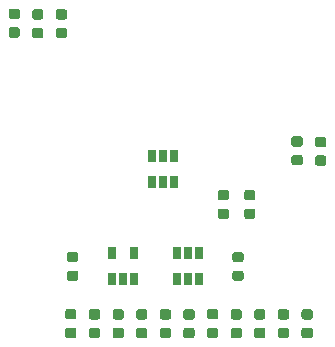
<source format=gtp>
G04 #@! TF.GenerationSoftware,KiCad,Pcbnew,(5.1.0)-1*
G04 #@! TF.CreationDate,2019-05-10T18:55:54+02:00*
G04 #@! TF.ProjectId,currentscaler,63757272-656e-4747-9363-616c65722e6b,rev?*
G04 #@! TF.SameCoordinates,Original*
G04 #@! TF.FileFunction,Paste,Top*
G04 #@! TF.FilePolarity,Positive*
%FSLAX46Y46*%
G04 Gerber Fmt 4.6, Leading zero omitted, Abs format (unit mm)*
G04 Created by KiCad (PCBNEW (5.1.0)-1) date 2019-05-10 18:55:54*
%MOMM*%
%LPD*%
G04 APERTURE LIST*
%ADD10C,0.100000*%
%ADD11C,0.875000*%
%ADD12R,0.650000X1.060000*%
G04 APERTURE END LIST*
D10*
G36*
X150127691Y-123188553D02*
G01*
X150148926Y-123191703D01*
X150169750Y-123196919D01*
X150189962Y-123204151D01*
X150209368Y-123213330D01*
X150227781Y-123224366D01*
X150245024Y-123237154D01*
X150260930Y-123251570D01*
X150275346Y-123267476D01*
X150288134Y-123284719D01*
X150299170Y-123303132D01*
X150308349Y-123322538D01*
X150315581Y-123342750D01*
X150320797Y-123363574D01*
X150323947Y-123384809D01*
X150325000Y-123406250D01*
X150325000Y-123843750D01*
X150323947Y-123865191D01*
X150320797Y-123886426D01*
X150315581Y-123907250D01*
X150308349Y-123927462D01*
X150299170Y-123946868D01*
X150288134Y-123965281D01*
X150275346Y-123982524D01*
X150260930Y-123998430D01*
X150245024Y-124012846D01*
X150227781Y-124025634D01*
X150209368Y-124036670D01*
X150189962Y-124045849D01*
X150169750Y-124053081D01*
X150148926Y-124058297D01*
X150127691Y-124061447D01*
X150106250Y-124062500D01*
X149593750Y-124062500D01*
X149572309Y-124061447D01*
X149551074Y-124058297D01*
X149530250Y-124053081D01*
X149510038Y-124045849D01*
X149490632Y-124036670D01*
X149472219Y-124025634D01*
X149454976Y-124012846D01*
X149439070Y-123998430D01*
X149424654Y-123982524D01*
X149411866Y-123965281D01*
X149400830Y-123946868D01*
X149391651Y-123927462D01*
X149384419Y-123907250D01*
X149379203Y-123886426D01*
X149376053Y-123865191D01*
X149375000Y-123843750D01*
X149375000Y-123406250D01*
X149376053Y-123384809D01*
X149379203Y-123363574D01*
X149384419Y-123342750D01*
X149391651Y-123322538D01*
X149400830Y-123303132D01*
X149411866Y-123284719D01*
X149424654Y-123267476D01*
X149439070Y-123251570D01*
X149454976Y-123237154D01*
X149472219Y-123224366D01*
X149490632Y-123213330D01*
X149510038Y-123204151D01*
X149530250Y-123196919D01*
X149551074Y-123191703D01*
X149572309Y-123188553D01*
X149593750Y-123187500D01*
X150106250Y-123187500D01*
X150127691Y-123188553D01*
X150127691Y-123188553D01*
G37*
D11*
X149850000Y-123625000D03*
D10*
G36*
X150127691Y-121613553D02*
G01*
X150148926Y-121616703D01*
X150169750Y-121621919D01*
X150189962Y-121629151D01*
X150209368Y-121638330D01*
X150227781Y-121649366D01*
X150245024Y-121662154D01*
X150260930Y-121676570D01*
X150275346Y-121692476D01*
X150288134Y-121709719D01*
X150299170Y-121728132D01*
X150308349Y-121747538D01*
X150315581Y-121767750D01*
X150320797Y-121788574D01*
X150323947Y-121809809D01*
X150325000Y-121831250D01*
X150325000Y-122268750D01*
X150323947Y-122290191D01*
X150320797Y-122311426D01*
X150315581Y-122332250D01*
X150308349Y-122352462D01*
X150299170Y-122371868D01*
X150288134Y-122390281D01*
X150275346Y-122407524D01*
X150260930Y-122423430D01*
X150245024Y-122437846D01*
X150227781Y-122450634D01*
X150209368Y-122461670D01*
X150189962Y-122470849D01*
X150169750Y-122478081D01*
X150148926Y-122483297D01*
X150127691Y-122486447D01*
X150106250Y-122487500D01*
X149593750Y-122487500D01*
X149572309Y-122486447D01*
X149551074Y-122483297D01*
X149530250Y-122478081D01*
X149510038Y-122470849D01*
X149490632Y-122461670D01*
X149472219Y-122450634D01*
X149454976Y-122437846D01*
X149439070Y-122423430D01*
X149424654Y-122407524D01*
X149411866Y-122390281D01*
X149400830Y-122371868D01*
X149391651Y-122352462D01*
X149384419Y-122332250D01*
X149379203Y-122311426D01*
X149376053Y-122290191D01*
X149375000Y-122268750D01*
X149375000Y-121831250D01*
X149376053Y-121809809D01*
X149379203Y-121788574D01*
X149384419Y-121767750D01*
X149391651Y-121747538D01*
X149400830Y-121728132D01*
X149411866Y-121709719D01*
X149424654Y-121692476D01*
X149439070Y-121676570D01*
X149454976Y-121662154D01*
X149472219Y-121649366D01*
X149490632Y-121638330D01*
X149510038Y-121629151D01*
X149530250Y-121621919D01*
X149551074Y-121616703D01*
X149572309Y-121613553D01*
X149593750Y-121612500D01*
X150106250Y-121612500D01*
X150127691Y-121613553D01*
X150127691Y-121613553D01*
G37*
D11*
X149850000Y-122050000D03*
D12*
X141300000Y-119100000D03*
X142250000Y-119100000D03*
X143200000Y-119100000D03*
X143200000Y-116900000D03*
X141300000Y-116900000D03*
X147750000Y-119100000D03*
X148700000Y-119100000D03*
X146800000Y-119100000D03*
X146800000Y-116900000D03*
X147750000Y-116900000D03*
X148700000Y-116900000D03*
X144700000Y-110850000D03*
X145650000Y-110850000D03*
X146600000Y-110850000D03*
X146600000Y-108650000D03*
X144700000Y-108650000D03*
X145650000Y-108650000D03*
D10*
G36*
X148127691Y-123201053D02*
G01*
X148148926Y-123204203D01*
X148169750Y-123209419D01*
X148189962Y-123216651D01*
X148209368Y-123225830D01*
X148227781Y-123236866D01*
X148245024Y-123249654D01*
X148260930Y-123264070D01*
X148275346Y-123279976D01*
X148288134Y-123297219D01*
X148299170Y-123315632D01*
X148308349Y-123335038D01*
X148315581Y-123355250D01*
X148320797Y-123376074D01*
X148323947Y-123397309D01*
X148325000Y-123418750D01*
X148325000Y-123856250D01*
X148323947Y-123877691D01*
X148320797Y-123898926D01*
X148315581Y-123919750D01*
X148308349Y-123939962D01*
X148299170Y-123959368D01*
X148288134Y-123977781D01*
X148275346Y-123995024D01*
X148260930Y-124010930D01*
X148245024Y-124025346D01*
X148227781Y-124038134D01*
X148209368Y-124049170D01*
X148189962Y-124058349D01*
X148169750Y-124065581D01*
X148148926Y-124070797D01*
X148127691Y-124073947D01*
X148106250Y-124075000D01*
X147593750Y-124075000D01*
X147572309Y-124073947D01*
X147551074Y-124070797D01*
X147530250Y-124065581D01*
X147510038Y-124058349D01*
X147490632Y-124049170D01*
X147472219Y-124038134D01*
X147454976Y-124025346D01*
X147439070Y-124010930D01*
X147424654Y-123995024D01*
X147411866Y-123977781D01*
X147400830Y-123959368D01*
X147391651Y-123939962D01*
X147384419Y-123919750D01*
X147379203Y-123898926D01*
X147376053Y-123877691D01*
X147375000Y-123856250D01*
X147375000Y-123418750D01*
X147376053Y-123397309D01*
X147379203Y-123376074D01*
X147384419Y-123355250D01*
X147391651Y-123335038D01*
X147400830Y-123315632D01*
X147411866Y-123297219D01*
X147424654Y-123279976D01*
X147439070Y-123264070D01*
X147454976Y-123249654D01*
X147472219Y-123236866D01*
X147490632Y-123225830D01*
X147510038Y-123216651D01*
X147530250Y-123209419D01*
X147551074Y-123204203D01*
X147572309Y-123201053D01*
X147593750Y-123200000D01*
X148106250Y-123200000D01*
X148127691Y-123201053D01*
X148127691Y-123201053D01*
G37*
D11*
X147850000Y-123637500D03*
D10*
G36*
X148127691Y-121626053D02*
G01*
X148148926Y-121629203D01*
X148169750Y-121634419D01*
X148189962Y-121641651D01*
X148209368Y-121650830D01*
X148227781Y-121661866D01*
X148245024Y-121674654D01*
X148260930Y-121689070D01*
X148275346Y-121704976D01*
X148288134Y-121722219D01*
X148299170Y-121740632D01*
X148308349Y-121760038D01*
X148315581Y-121780250D01*
X148320797Y-121801074D01*
X148323947Y-121822309D01*
X148325000Y-121843750D01*
X148325000Y-122281250D01*
X148323947Y-122302691D01*
X148320797Y-122323926D01*
X148315581Y-122344750D01*
X148308349Y-122364962D01*
X148299170Y-122384368D01*
X148288134Y-122402781D01*
X148275346Y-122420024D01*
X148260930Y-122435930D01*
X148245024Y-122450346D01*
X148227781Y-122463134D01*
X148209368Y-122474170D01*
X148189962Y-122483349D01*
X148169750Y-122490581D01*
X148148926Y-122495797D01*
X148127691Y-122498947D01*
X148106250Y-122500000D01*
X147593750Y-122500000D01*
X147572309Y-122498947D01*
X147551074Y-122495797D01*
X147530250Y-122490581D01*
X147510038Y-122483349D01*
X147490632Y-122474170D01*
X147472219Y-122463134D01*
X147454976Y-122450346D01*
X147439070Y-122435930D01*
X147424654Y-122420024D01*
X147411866Y-122402781D01*
X147400830Y-122384368D01*
X147391651Y-122364962D01*
X147384419Y-122344750D01*
X147379203Y-122323926D01*
X147376053Y-122302691D01*
X147375000Y-122281250D01*
X147375000Y-121843750D01*
X147376053Y-121822309D01*
X147379203Y-121801074D01*
X147384419Y-121780250D01*
X147391651Y-121760038D01*
X147400830Y-121740632D01*
X147411866Y-121722219D01*
X147424654Y-121704976D01*
X147439070Y-121689070D01*
X147454976Y-121674654D01*
X147472219Y-121661866D01*
X147490632Y-121650830D01*
X147510038Y-121641651D01*
X147530250Y-121634419D01*
X147551074Y-121629203D01*
X147572309Y-121626053D01*
X147593750Y-121625000D01*
X148106250Y-121625000D01*
X148127691Y-121626053D01*
X148127691Y-121626053D01*
G37*
D11*
X147850000Y-122062500D03*
D10*
G36*
X144127691Y-123201053D02*
G01*
X144148926Y-123204203D01*
X144169750Y-123209419D01*
X144189962Y-123216651D01*
X144209368Y-123225830D01*
X144227781Y-123236866D01*
X144245024Y-123249654D01*
X144260930Y-123264070D01*
X144275346Y-123279976D01*
X144288134Y-123297219D01*
X144299170Y-123315632D01*
X144308349Y-123335038D01*
X144315581Y-123355250D01*
X144320797Y-123376074D01*
X144323947Y-123397309D01*
X144325000Y-123418750D01*
X144325000Y-123856250D01*
X144323947Y-123877691D01*
X144320797Y-123898926D01*
X144315581Y-123919750D01*
X144308349Y-123939962D01*
X144299170Y-123959368D01*
X144288134Y-123977781D01*
X144275346Y-123995024D01*
X144260930Y-124010930D01*
X144245024Y-124025346D01*
X144227781Y-124038134D01*
X144209368Y-124049170D01*
X144189962Y-124058349D01*
X144169750Y-124065581D01*
X144148926Y-124070797D01*
X144127691Y-124073947D01*
X144106250Y-124075000D01*
X143593750Y-124075000D01*
X143572309Y-124073947D01*
X143551074Y-124070797D01*
X143530250Y-124065581D01*
X143510038Y-124058349D01*
X143490632Y-124049170D01*
X143472219Y-124038134D01*
X143454976Y-124025346D01*
X143439070Y-124010930D01*
X143424654Y-123995024D01*
X143411866Y-123977781D01*
X143400830Y-123959368D01*
X143391651Y-123939962D01*
X143384419Y-123919750D01*
X143379203Y-123898926D01*
X143376053Y-123877691D01*
X143375000Y-123856250D01*
X143375000Y-123418750D01*
X143376053Y-123397309D01*
X143379203Y-123376074D01*
X143384419Y-123355250D01*
X143391651Y-123335038D01*
X143400830Y-123315632D01*
X143411866Y-123297219D01*
X143424654Y-123279976D01*
X143439070Y-123264070D01*
X143454976Y-123249654D01*
X143472219Y-123236866D01*
X143490632Y-123225830D01*
X143510038Y-123216651D01*
X143530250Y-123209419D01*
X143551074Y-123204203D01*
X143572309Y-123201053D01*
X143593750Y-123200000D01*
X144106250Y-123200000D01*
X144127691Y-123201053D01*
X144127691Y-123201053D01*
G37*
D11*
X143850000Y-123637500D03*
D10*
G36*
X144127691Y-121626053D02*
G01*
X144148926Y-121629203D01*
X144169750Y-121634419D01*
X144189962Y-121641651D01*
X144209368Y-121650830D01*
X144227781Y-121661866D01*
X144245024Y-121674654D01*
X144260930Y-121689070D01*
X144275346Y-121704976D01*
X144288134Y-121722219D01*
X144299170Y-121740632D01*
X144308349Y-121760038D01*
X144315581Y-121780250D01*
X144320797Y-121801074D01*
X144323947Y-121822309D01*
X144325000Y-121843750D01*
X144325000Y-122281250D01*
X144323947Y-122302691D01*
X144320797Y-122323926D01*
X144315581Y-122344750D01*
X144308349Y-122364962D01*
X144299170Y-122384368D01*
X144288134Y-122402781D01*
X144275346Y-122420024D01*
X144260930Y-122435930D01*
X144245024Y-122450346D01*
X144227781Y-122463134D01*
X144209368Y-122474170D01*
X144189962Y-122483349D01*
X144169750Y-122490581D01*
X144148926Y-122495797D01*
X144127691Y-122498947D01*
X144106250Y-122500000D01*
X143593750Y-122500000D01*
X143572309Y-122498947D01*
X143551074Y-122495797D01*
X143530250Y-122490581D01*
X143510038Y-122483349D01*
X143490632Y-122474170D01*
X143472219Y-122463134D01*
X143454976Y-122450346D01*
X143439070Y-122435930D01*
X143424654Y-122420024D01*
X143411866Y-122402781D01*
X143400830Y-122384368D01*
X143391651Y-122364962D01*
X143384419Y-122344750D01*
X143379203Y-122323926D01*
X143376053Y-122302691D01*
X143375000Y-122281250D01*
X143375000Y-121843750D01*
X143376053Y-121822309D01*
X143379203Y-121801074D01*
X143384419Y-121780250D01*
X143391651Y-121760038D01*
X143400830Y-121740632D01*
X143411866Y-121722219D01*
X143424654Y-121704976D01*
X143439070Y-121689070D01*
X143454976Y-121674654D01*
X143472219Y-121661866D01*
X143490632Y-121650830D01*
X143510038Y-121641651D01*
X143530250Y-121634419D01*
X143551074Y-121629203D01*
X143572309Y-121626053D01*
X143593750Y-121625000D01*
X144106250Y-121625000D01*
X144127691Y-121626053D01*
X144127691Y-121626053D01*
G37*
D11*
X143850000Y-122062500D03*
D10*
G36*
X151027691Y-111526053D02*
G01*
X151048926Y-111529203D01*
X151069750Y-111534419D01*
X151089962Y-111541651D01*
X151109368Y-111550830D01*
X151127781Y-111561866D01*
X151145024Y-111574654D01*
X151160930Y-111589070D01*
X151175346Y-111604976D01*
X151188134Y-111622219D01*
X151199170Y-111640632D01*
X151208349Y-111660038D01*
X151215581Y-111680250D01*
X151220797Y-111701074D01*
X151223947Y-111722309D01*
X151225000Y-111743750D01*
X151225000Y-112181250D01*
X151223947Y-112202691D01*
X151220797Y-112223926D01*
X151215581Y-112244750D01*
X151208349Y-112264962D01*
X151199170Y-112284368D01*
X151188134Y-112302781D01*
X151175346Y-112320024D01*
X151160930Y-112335930D01*
X151145024Y-112350346D01*
X151127781Y-112363134D01*
X151109368Y-112374170D01*
X151089962Y-112383349D01*
X151069750Y-112390581D01*
X151048926Y-112395797D01*
X151027691Y-112398947D01*
X151006250Y-112400000D01*
X150493750Y-112400000D01*
X150472309Y-112398947D01*
X150451074Y-112395797D01*
X150430250Y-112390581D01*
X150410038Y-112383349D01*
X150390632Y-112374170D01*
X150372219Y-112363134D01*
X150354976Y-112350346D01*
X150339070Y-112335930D01*
X150324654Y-112320024D01*
X150311866Y-112302781D01*
X150300830Y-112284368D01*
X150291651Y-112264962D01*
X150284419Y-112244750D01*
X150279203Y-112223926D01*
X150276053Y-112202691D01*
X150275000Y-112181250D01*
X150275000Y-111743750D01*
X150276053Y-111722309D01*
X150279203Y-111701074D01*
X150284419Y-111680250D01*
X150291651Y-111660038D01*
X150300830Y-111640632D01*
X150311866Y-111622219D01*
X150324654Y-111604976D01*
X150339070Y-111589070D01*
X150354976Y-111574654D01*
X150372219Y-111561866D01*
X150390632Y-111550830D01*
X150410038Y-111541651D01*
X150430250Y-111534419D01*
X150451074Y-111529203D01*
X150472309Y-111526053D01*
X150493750Y-111525000D01*
X151006250Y-111525000D01*
X151027691Y-111526053D01*
X151027691Y-111526053D01*
G37*
D11*
X150750000Y-111962500D03*
D10*
G36*
X151027691Y-113101053D02*
G01*
X151048926Y-113104203D01*
X151069750Y-113109419D01*
X151089962Y-113116651D01*
X151109368Y-113125830D01*
X151127781Y-113136866D01*
X151145024Y-113149654D01*
X151160930Y-113164070D01*
X151175346Y-113179976D01*
X151188134Y-113197219D01*
X151199170Y-113215632D01*
X151208349Y-113235038D01*
X151215581Y-113255250D01*
X151220797Y-113276074D01*
X151223947Y-113297309D01*
X151225000Y-113318750D01*
X151225000Y-113756250D01*
X151223947Y-113777691D01*
X151220797Y-113798926D01*
X151215581Y-113819750D01*
X151208349Y-113839962D01*
X151199170Y-113859368D01*
X151188134Y-113877781D01*
X151175346Y-113895024D01*
X151160930Y-113910930D01*
X151145024Y-113925346D01*
X151127781Y-113938134D01*
X151109368Y-113949170D01*
X151089962Y-113958349D01*
X151069750Y-113965581D01*
X151048926Y-113970797D01*
X151027691Y-113973947D01*
X151006250Y-113975000D01*
X150493750Y-113975000D01*
X150472309Y-113973947D01*
X150451074Y-113970797D01*
X150430250Y-113965581D01*
X150410038Y-113958349D01*
X150390632Y-113949170D01*
X150372219Y-113938134D01*
X150354976Y-113925346D01*
X150339070Y-113910930D01*
X150324654Y-113895024D01*
X150311866Y-113877781D01*
X150300830Y-113859368D01*
X150291651Y-113839962D01*
X150284419Y-113819750D01*
X150279203Y-113798926D01*
X150276053Y-113777691D01*
X150275000Y-113756250D01*
X150275000Y-113318750D01*
X150276053Y-113297309D01*
X150279203Y-113276074D01*
X150284419Y-113255250D01*
X150291651Y-113235038D01*
X150300830Y-113215632D01*
X150311866Y-113197219D01*
X150324654Y-113179976D01*
X150339070Y-113164070D01*
X150354976Y-113149654D01*
X150372219Y-113136866D01*
X150390632Y-113125830D01*
X150410038Y-113116651D01*
X150430250Y-113109419D01*
X150451074Y-113104203D01*
X150472309Y-113101053D01*
X150493750Y-113100000D01*
X151006250Y-113100000D01*
X151027691Y-113101053D01*
X151027691Y-113101053D01*
G37*
D11*
X150750000Y-113537500D03*
D10*
G36*
X135327691Y-97801053D02*
G01*
X135348926Y-97804203D01*
X135369750Y-97809419D01*
X135389962Y-97816651D01*
X135409368Y-97825830D01*
X135427781Y-97836866D01*
X135445024Y-97849654D01*
X135460930Y-97864070D01*
X135475346Y-97879976D01*
X135488134Y-97897219D01*
X135499170Y-97915632D01*
X135508349Y-97935038D01*
X135515581Y-97955250D01*
X135520797Y-97976074D01*
X135523947Y-97997309D01*
X135525000Y-98018750D01*
X135525000Y-98456250D01*
X135523947Y-98477691D01*
X135520797Y-98498926D01*
X135515581Y-98519750D01*
X135508349Y-98539962D01*
X135499170Y-98559368D01*
X135488134Y-98577781D01*
X135475346Y-98595024D01*
X135460930Y-98610930D01*
X135445024Y-98625346D01*
X135427781Y-98638134D01*
X135409368Y-98649170D01*
X135389962Y-98658349D01*
X135369750Y-98665581D01*
X135348926Y-98670797D01*
X135327691Y-98673947D01*
X135306250Y-98675000D01*
X134793750Y-98675000D01*
X134772309Y-98673947D01*
X134751074Y-98670797D01*
X134730250Y-98665581D01*
X134710038Y-98658349D01*
X134690632Y-98649170D01*
X134672219Y-98638134D01*
X134654976Y-98625346D01*
X134639070Y-98610930D01*
X134624654Y-98595024D01*
X134611866Y-98577781D01*
X134600830Y-98559368D01*
X134591651Y-98539962D01*
X134584419Y-98519750D01*
X134579203Y-98498926D01*
X134576053Y-98477691D01*
X134575000Y-98456250D01*
X134575000Y-98018750D01*
X134576053Y-97997309D01*
X134579203Y-97976074D01*
X134584419Y-97955250D01*
X134591651Y-97935038D01*
X134600830Y-97915632D01*
X134611866Y-97897219D01*
X134624654Y-97879976D01*
X134639070Y-97864070D01*
X134654976Y-97849654D01*
X134672219Y-97836866D01*
X134690632Y-97825830D01*
X134710038Y-97816651D01*
X134730250Y-97809419D01*
X134751074Y-97804203D01*
X134772309Y-97801053D01*
X134793750Y-97800000D01*
X135306250Y-97800000D01*
X135327691Y-97801053D01*
X135327691Y-97801053D01*
G37*
D11*
X135050000Y-98237500D03*
D10*
G36*
X135327691Y-96226053D02*
G01*
X135348926Y-96229203D01*
X135369750Y-96234419D01*
X135389962Y-96241651D01*
X135409368Y-96250830D01*
X135427781Y-96261866D01*
X135445024Y-96274654D01*
X135460930Y-96289070D01*
X135475346Y-96304976D01*
X135488134Y-96322219D01*
X135499170Y-96340632D01*
X135508349Y-96360038D01*
X135515581Y-96380250D01*
X135520797Y-96401074D01*
X135523947Y-96422309D01*
X135525000Y-96443750D01*
X135525000Y-96881250D01*
X135523947Y-96902691D01*
X135520797Y-96923926D01*
X135515581Y-96944750D01*
X135508349Y-96964962D01*
X135499170Y-96984368D01*
X135488134Y-97002781D01*
X135475346Y-97020024D01*
X135460930Y-97035930D01*
X135445024Y-97050346D01*
X135427781Y-97063134D01*
X135409368Y-97074170D01*
X135389962Y-97083349D01*
X135369750Y-97090581D01*
X135348926Y-97095797D01*
X135327691Y-97098947D01*
X135306250Y-97100000D01*
X134793750Y-97100000D01*
X134772309Y-97098947D01*
X134751074Y-97095797D01*
X134730250Y-97090581D01*
X134710038Y-97083349D01*
X134690632Y-97074170D01*
X134672219Y-97063134D01*
X134654976Y-97050346D01*
X134639070Y-97035930D01*
X134624654Y-97020024D01*
X134611866Y-97002781D01*
X134600830Y-96984368D01*
X134591651Y-96964962D01*
X134584419Y-96944750D01*
X134579203Y-96923926D01*
X134576053Y-96902691D01*
X134575000Y-96881250D01*
X134575000Y-96443750D01*
X134576053Y-96422309D01*
X134579203Y-96401074D01*
X134584419Y-96380250D01*
X134591651Y-96360038D01*
X134600830Y-96340632D01*
X134611866Y-96322219D01*
X134624654Y-96304976D01*
X134639070Y-96289070D01*
X134654976Y-96274654D01*
X134672219Y-96261866D01*
X134690632Y-96250830D01*
X134710038Y-96241651D01*
X134730250Y-96234419D01*
X134751074Y-96229203D01*
X134772309Y-96226053D01*
X134793750Y-96225000D01*
X135306250Y-96225000D01*
X135327691Y-96226053D01*
X135327691Y-96226053D01*
G37*
D11*
X135050000Y-96662500D03*
D10*
G36*
X152127691Y-123201053D02*
G01*
X152148926Y-123204203D01*
X152169750Y-123209419D01*
X152189962Y-123216651D01*
X152209368Y-123225830D01*
X152227781Y-123236866D01*
X152245024Y-123249654D01*
X152260930Y-123264070D01*
X152275346Y-123279976D01*
X152288134Y-123297219D01*
X152299170Y-123315632D01*
X152308349Y-123335038D01*
X152315581Y-123355250D01*
X152320797Y-123376074D01*
X152323947Y-123397309D01*
X152325000Y-123418750D01*
X152325000Y-123856250D01*
X152323947Y-123877691D01*
X152320797Y-123898926D01*
X152315581Y-123919750D01*
X152308349Y-123939962D01*
X152299170Y-123959368D01*
X152288134Y-123977781D01*
X152275346Y-123995024D01*
X152260930Y-124010930D01*
X152245024Y-124025346D01*
X152227781Y-124038134D01*
X152209368Y-124049170D01*
X152189962Y-124058349D01*
X152169750Y-124065581D01*
X152148926Y-124070797D01*
X152127691Y-124073947D01*
X152106250Y-124075000D01*
X151593750Y-124075000D01*
X151572309Y-124073947D01*
X151551074Y-124070797D01*
X151530250Y-124065581D01*
X151510038Y-124058349D01*
X151490632Y-124049170D01*
X151472219Y-124038134D01*
X151454976Y-124025346D01*
X151439070Y-124010930D01*
X151424654Y-123995024D01*
X151411866Y-123977781D01*
X151400830Y-123959368D01*
X151391651Y-123939962D01*
X151384419Y-123919750D01*
X151379203Y-123898926D01*
X151376053Y-123877691D01*
X151375000Y-123856250D01*
X151375000Y-123418750D01*
X151376053Y-123397309D01*
X151379203Y-123376074D01*
X151384419Y-123355250D01*
X151391651Y-123335038D01*
X151400830Y-123315632D01*
X151411866Y-123297219D01*
X151424654Y-123279976D01*
X151439070Y-123264070D01*
X151454976Y-123249654D01*
X151472219Y-123236866D01*
X151490632Y-123225830D01*
X151510038Y-123216651D01*
X151530250Y-123209419D01*
X151551074Y-123204203D01*
X151572309Y-123201053D01*
X151593750Y-123200000D01*
X152106250Y-123200000D01*
X152127691Y-123201053D01*
X152127691Y-123201053D01*
G37*
D11*
X151850000Y-123637500D03*
D10*
G36*
X152127691Y-121626053D02*
G01*
X152148926Y-121629203D01*
X152169750Y-121634419D01*
X152189962Y-121641651D01*
X152209368Y-121650830D01*
X152227781Y-121661866D01*
X152245024Y-121674654D01*
X152260930Y-121689070D01*
X152275346Y-121704976D01*
X152288134Y-121722219D01*
X152299170Y-121740632D01*
X152308349Y-121760038D01*
X152315581Y-121780250D01*
X152320797Y-121801074D01*
X152323947Y-121822309D01*
X152325000Y-121843750D01*
X152325000Y-122281250D01*
X152323947Y-122302691D01*
X152320797Y-122323926D01*
X152315581Y-122344750D01*
X152308349Y-122364962D01*
X152299170Y-122384368D01*
X152288134Y-122402781D01*
X152275346Y-122420024D01*
X152260930Y-122435930D01*
X152245024Y-122450346D01*
X152227781Y-122463134D01*
X152209368Y-122474170D01*
X152189962Y-122483349D01*
X152169750Y-122490581D01*
X152148926Y-122495797D01*
X152127691Y-122498947D01*
X152106250Y-122500000D01*
X151593750Y-122500000D01*
X151572309Y-122498947D01*
X151551074Y-122495797D01*
X151530250Y-122490581D01*
X151510038Y-122483349D01*
X151490632Y-122474170D01*
X151472219Y-122463134D01*
X151454976Y-122450346D01*
X151439070Y-122435930D01*
X151424654Y-122420024D01*
X151411866Y-122402781D01*
X151400830Y-122384368D01*
X151391651Y-122364962D01*
X151384419Y-122344750D01*
X151379203Y-122323926D01*
X151376053Y-122302691D01*
X151375000Y-122281250D01*
X151375000Y-121843750D01*
X151376053Y-121822309D01*
X151379203Y-121801074D01*
X151384419Y-121780250D01*
X151391651Y-121760038D01*
X151400830Y-121740632D01*
X151411866Y-121722219D01*
X151424654Y-121704976D01*
X151439070Y-121689070D01*
X151454976Y-121674654D01*
X151472219Y-121661866D01*
X151490632Y-121650830D01*
X151510038Y-121641651D01*
X151530250Y-121634419D01*
X151551074Y-121629203D01*
X151572309Y-121626053D01*
X151593750Y-121625000D01*
X152106250Y-121625000D01*
X152127691Y-121626053D01*
X152127691Y-121626053D01*
G37*
D11*
X151850000Y-122062500D03*
D10*
G36*
X146127691Y-121626053D02*
G01*
X146148926Y-121629203D01*
X146169750Y-121634419D01*
X146189962Y-121641651D01*
X146209368Y-121650830D01*
X146227781Y-121661866D01*
X146245024Y-121674654D01*
X146260930Y-121689070D01*
X146275346Y-121704976D01*
X146288134Y-121722219D01*
X146299170Y-121740632D01*
X146308349Y-121760038D01*
X146315581Y-121780250D01*
X146320797Y-121801074D01*
X146323947Y-121822309D01*
X146325000Y-121843750D01*
X146325000Y-122281250D01*
X146323947Y-122302691D01*
X146320797Y-122323926D01*
X146315581Y-122344750D01*
X146308349Y-122364962D01*
X146299170Y-122384368D01*
X146288134Y-122402781D01*
X146275346Y-122420024D01*
X146260930Y-122435930D01*
X146245024Y-122450346D01*
X146227781Y-122463134D01*
X146209368Y-122474170D01*
X146189962Y-122483349D01*
X146169750Y-122490581D01*
X146148926Y-122495797D01*
X146127691Y-122498947D01*
X146106250Y-122500000D01*
X145593750Y-122500000D01*
X145572309Y-122498947D01*
X145551074Y-122495797D01*
X145530250Y-122490581D01*
X145510038Y-122483349D01*
X145490632Y-122474170D01*
X145472219Y-122463134D01*
X145454976Y-122450346D01*
X145439070Y-122435930D01*
X145424654Y-122420024D01*
X145411866Y-122402781D01*
X145400830Y-122384368D01*
X145391651Y-122364962D01*
X145384419Y-122344750D01*
X145379203Y-122323926D01*
X145376053Y-122302691D01*
X145375000Y-122281250D01*
X145375000Y-121843750D01*
X145376053Y-121822309D01*
X145379203Y-121801074D01*
X145384419Y-121780250D01*
X145391651Y-121760038D01*
X145400830Y-121740632D01*
X145411866Y-121722219D01*
X145424654Y-121704976D01*
X145439070Y-121689070D01*
X145454976Y-121674654D01*
X145472219Y-121661866D01*
X145490632Y-121650830D01*
X145510038Y-121641651D01*
X145530250Y-121634419D01*
X145551074Y-121629203D01*
X145572309Y-121626053D01*
X145593750Y-121625000D01*
X146106250Y-121625000D01*
X146127691Y-121626053D01*
X146127691Y-121626053D01*
G37*
D11*
X145850000Y-122062500D03*
D10*
G36*
X146127691Y-123201053D02*
G01*
X146148926Y-123204203D01*
X146169750Y-123209419D01*
X146189962Y-123216651D01*
X146209368Y-123225830D01*
X146227781Y-123236866D01*
X146245024Y-123249654D01*
X146260930Y-123264070D01*
X146275346Y-123279976D01*
X146288134Y-123297219D01*
X146299170Y-123315632D01*
X146308349Y-123335038D01*
X146315581Y-123355250D01*
X146320797Y-123376074D01*
X146323947Y-123397309D01*
X146325000Y-123418750D01*
X146325000Y-123856250D01*
X146323947Y-123877691D01*
X146320797Y-123898926D01*
X146315581Y-123919750D01*
X146308349Y-123939962D01*
X146299170Y-123959368D01*
X146288134Y-123977781D01*
X146275346Y-123995024D01*
X146260930Y-124010930D01*
X146245024Y-124025346D01*
X146227781Y-124038134D01*
X146209368Y-124049170D01*
X146189962Y-124058349D01*
X146169750Y-124065581D01*
X146148926Y-124070797D01*
X146127691Y-124073947D01*
X146106250Y-124075000D01*
X145593750Y-124075000D01*
X145572309Y-124073947D01*
X145551074Y-124070797D01*
X145530250Y-124065581D01*
X145510038Y-124058349D01*
X145490632Y-124049170D01*
X145472219Y-124038134D01*
X145454976Y-124025346D01*
X145439070Y-124010930D01*
X145424654Y-123995024D01*
X145411866Y-123977781D01*
X145400830Y-123959368D01*
X145391651Y-123939962D01*
X145384419Y-123919750D01*
X145379203Y-123898926D01*
X145376053Y-123877691D01*
X145375000Y-123856250D01*
X145375000Y-123418750D01*
X145376053Y-123397309D01*
X145379203Y-123376074D01*
X145384419Y-123355250D01*
X145391651Y-123335038D01*
X145400830Y-123315632D01*
X145411866Y-123297219D01*
X145424654Y-123279976D01*
X145439070Y-123264070D01*
X145454976Y-123249654D01*
X145472219Y-123236866D01*
X145490632Y-123225830D01*
X145510038Y-123216651D01*
X145530250Y-123209419D01*
X145551074Y-123204203D01*
X145572309Y-123201053D01*
X145593750Y-123200000D01*
X146106250Y-123200000D01*
X146127691Y-123201053D01*
X146127691Y-123201053D01*
G37*
D11*
X145850000Y-123637500D03*
D10*
G36*
X137327691Y-96226053D02*
G01*
X137348926Y-96229203D01*
X137369750Y-96234419D01*
X137389962Y-96241651D01*
X137409368Y-96250830D01*
X137427781Y-96261866D01*
X137445024Y-96274654D01*
X137460930Y-96289070D01*
X137475346Y-96304976D01*
X137488134Y-96322219D01*
X137499170Y-96340632D01*
X137508349Y-96360038D01*
X137515581Y-96380250D01*
X137520797Y-96401074D01*
X137523947Y-96422309D01*
X137525000Y-96443750D01*
X137525000Y-96881250D01*
X137523947Y-96902691D01*
X137520797Y-96923926D01*
X137515581Y-96944750D01*
X137508349Y-96964962D01*
X137499170Y-96984368D01*
X137488134Y-97002781D01*
X137475346Y-97020024D01*
X137460930Y-97035930D01*
X137445024Y-97050346D01*
X137427781Y-97063134D01*
X137409368Y-97074170D01*
X137389962Y-97083349D01*
X137369750Y-97090581D01*
X137348926Y-97095797D01*
X137327691Y-97098947D01*
X137306250Y-97100000D01*
X136793750Y-97100000D01*
X136772309Y-97098947D01*
X136751074Y-97095797D01*
X136730250Y-97090581D01*
X136710038Y-97083349D01*
X136690632Y-97074170D01*
X136672219Y-97063134D01*
X136654976Y-97050346D01*
X136639070Y-97035930D01*
X136624654Y-97020024D01*
X136611866Y-97002781D01*
X136600830Y-96984368D01*
X136591651Y-96964962D01*
X136584419Y-96944750D01*
X136579203Y-96923926D01*
X136576053Y-96902691D01*
X136575000Y-96881250D01*
X136575000Y-96443750D01*
X136576053Y-96422309D01*
X136579203Y-96401074D01*
X136584419Y-96380250D01*
X136591651Y-96360038D01*
X136600830Y-96340632D01*
X136611866Y-96322219D01*
X136624654Y-96304976D01*
X136639070Y-96289070D01*
X136654976Y-96274654D01*
X136672219Y-96261866D01*
X136690632Y-96250830D01*
X136710038Y-96241651D01*
X136730250Y-96234419D01*
X136751074Y-96229203D01*
X136772309Y-96226053D01*
X136793750Y-96225000D01*
X137306250Y-96225000D01*
X137327691Y-96226053D01*
X137327691Y-96226053D01*
G37*
D11*
X137050000Y-96662500D03*
D10*
G36*
X137327691Y-97801053D02*
G01*
X137348926Y-97804203D01*
X137369750Y-97809419D01*
X137389962Y-97816651D01*
X137409368Y-97825830D01*
X137427781Y-97836866D01*
X137445024Y-97849654D01*
X137460930Y-97864070D01*
X137475346Y-97879976D01*
X137488134Y-97897219D01*
X137499170Y-97915632D01*
X137508349Y-97935038D01*
X137515581Y-97955250D01*
X137520797Y-97976074D01*
X137523947Y-97997309D01*
X137525000Y-98018750D01*
X137525000Y-98456250D01*
X137523947Y-98477691D01*
X137520797Y-98498926D01*
X137515581Y-98519750D01*
X137508349Y-98539962D01*
X137499170Y-98559368D01*
X137488134Y-98577781D01*
X137475346Y-98595024D01*
X137460930Y-98610930D01*
X137445024Y-98625346D01*
X137427781Y-98638134D01*
X137409368Y-98649170D01*
X137389962Y-98658349D01*
X137369750Y-98665581D01*
X137348926Y-98670797D01*
X137327691Y-98673947D01*
X137306250Y-98675000D01*
X136793750Y-98675000D01*
X136772309Y-98673947D01*
X136751074Y-98670797D01*
X136730250Y-98665581D01*
X136710038Y-98658349D01*
X136690632Y-98649170D01*
X136672219Y-98638134D01*
X136654976Y-98625346D01*
X136639070Y-98610930D01*
X136624654Y-98595024D01*
X136611866Y-98577781D01*
X136600830Y-98559368D01*
X136591651Y-98539962D01*
X136584419Y-98519750D01*
X136579203Y-98498926D01*
X136576053Y-98477691D01*
X136575000Y-98456250D01*
X136575000Y-98018750D01*
X136576053Y-97997309D01*
X136579203Y-97976074D01*
X136584419Y-97955250D01*
X136591651Y-97935038D01*
X136600830Y-97915632D01*
X136611866Y-97897219D01*
X136624654Y-97879976D01*
X136639070Y-97864070D01*
X136654976Y-97849654D01*
X136672219Y-97836866D01*
X136690632Y-97825830D01*
X136710038Y-97816651D01*
X136730250Y-97809419D01*
X136751074Y-97804203D01*
X136772309Y-97801053D01*
X136793750Y-97800000D01*
X137306250Y-97800000D01*
X137327691Y-97801053D01*
X137327691Y-97801053D01*
G37*
D11*
X137050000Y-98237500D03*
D10*
G36*
X157277691Y-108563553D02*
G01*
X157298926Y-108566703D01*
X157319750Y-108571919D01*
X157339962Y-108579151D01*
X157359368Y-108588330D01*
X157377781Y-108599366D01*
X157395024Y-108612154D01*
X157410930Y-108626570D01*
X157425346Y-108642476D01*
X157438134Y-108659719D01*
X157449170Y-108678132D01*
X157458349Y-108697538D01*
X157465581Y-108717750D01*
X157470797Y-108738574D01*
X157473947Y-108759809D01*
X157475000Y-108781250D01*
X157475000Y-109218750D01*
X157473947Y-109240191D01*
X157470797Y-109261426D01*
X157465581Y-109282250D01*
X157458349Y-109302462D01*
X157449170Y-109321868D01*
X157438134Y-109340281D01*
X157425346Y-109357524D01*
X157410930Y-109373430D01*
X157395024Y-109387846D01*
X157377781Y-109400634D01*
X157359368Y-109411670D01*
X157339962Y-109420849D01*
X157319750Y-109428081D01*
X157298926Y-109433297D01*
X157277691Y-109436447D01*
X157256250Y-109437500D01*
X156743750Y-109437500D01*
X156722309Y-109436447D01*
X156701074Y-109433297D01*
X156680250Y-109428081D01*
X156660038Y-109420849D01*
X156640632Y-109411670D01*
X156622219Y-109400634D01*
X156604976Y-109387846D01*
X156589070Y-109373430D01*
X156574654Y-109357524D01*
X156561866Y-109340281D01*
X156550830Y-109321868D01*
X156541651Y-109302462D01*
X156534419Y-109282250D01*
X156529203Y-109261426D01*
X156526053Y-109240191D01*
X156525000Y-109218750D01*
X156525000Y-108781250D01*
X156526053Y-108759809D01*
X156529203Y-108738574D01*
X156534419Y-108717750D01*
X156541651Y-108697538D01*
X156550830Y-108678132D01*
X156561866Y-108659719D01*
X156574654Y-108642476D01*
X156589070Y-108626570D01*
X156604976Y-108612154D01*
X156622219Y-108599366D01*
X156640632Y-108588330D01*
X156660038Y-108579151D01*
X156680250Y-108571919D01*
X156701074Y-108566703D01*
X156722309Y-108563553D01*
X156743750Y-108562500D01*
X157256250Y-108562500D01*
X157277691Y-108563553D01*
X157277691Y-108563553D01*
G37*
D11*
X157000000Y-109000000D03*
D10*
G36*
X157277691Y-106988553D02*
G01*
X157298926Y-106991703D01*
X157319750Y-106996919D01*
X157339962Y-107004151D01*
X157359368Y-107013330D01*
X157377781Y-107024366D01*
X157395024Y-107037154D01*
X157410930Y-107051570D01*
X157425346Y-107067476D01*
X157438134Y-107084719D01*
X157449170Y-107103132D01*
X157458349Y-107122538D01*
X157465581Y-107142750D01*
X157470797Y-107163574D01*
X157473947Y-107184809D01*
X157475000Y-107206250D01*
X157475000Y-107643750D01*
X157473947Y-107665191D01*
X157470797Y-107686426D01*
X157465581Y-107707250D01*
X157458349Y-107727462D01*
X157449170Y-107746868D01*
X157438134Y-107765281D01*
X157425346Y-107782524D01*
X157410930Y-107798430D01*
X157395024Y-107812846D01*
X157377781Y-107825634D01*
X157359368Y-107836670D01*
X157339962Y-107845849D01*
X157319750Y-107853081D01*
X157298926Y-107858297D01*
X157277691Y-107861447D01*
X157256250Y-107862500D01*
X156743750Y-107862500D01*
X156722309Y-107861447D01*
X156701074Y-107858297D01*
X156680250Y-107853081D01*
X156660038Y-107845849D01*
X156640632Y-107836670D01*
X156622219Y-107825634D01*
X156604976Y-107812846D01*
X156589070Y-107798430D01*
X156574654Y-107782524D01*
X156561866Y-107765281D01*
X156550830Y-107746868D01*
X156541651Y-107727462D01*
X156534419Y-107707250D01*
X156529203Y-107686426D01*
X156526053Y-107665191D01*
X156525000Y-107643750D01*
X156525000Y-107206250D01*
X156526053Y-107184809D01*
X156529203Y-107163574D01*
X156534419Y-107142750D01*
X156541651Y-107122538D01*
X156550830Y-107103132D01*
X156561866Y-107084719D01*
X156574654Y-107067476D01*
X156589070Y-107051570D01*
X156604976Y-107037154D01*
X156622219Y-107024366D01*
X156640632Y-107013330D01*
X156660038Y-107004151D01*
X156680250Y-106996919D01*
X156701074Y-106991703D01*
X156722309Y-106988553D01*
X156743750Y-106987500D01*
X157256250Y-106987500D01*
X157277691Y-106988553D01*
X157277691Y-106988553D01*
G37*
D11*
X157000000Y-107425000D03*
D10*
G36*
X154127691Y-123201053D02*
G01*
X154148926Y-123204203D01*
X154169750Y-123209419D01*
X154189962Y-123216651D01*
X154209368Y-123225830D01*
X154227781Y-123236866D01*
X154245024Y-123249654D01*
X154260930Y-123264070D01*
X154275346Y-123279976D01*
X154288134Y-123297219D01*
X154299170Y-123315632D01*
X154308349Y-123335038D01*
X154315581Y-123355250D01*
X154320797Y-123376074D01*
X154323947Y-123397309D01*
X154325000Y-123418750D01*
X154325000Y-123856250D01*
X154323947Y-123877691D01*
X154320797Y-123898926D01*
X154315581Y-123919750D01*
X154308349Y-123939962D01*
X154299170Y-123959368D01*
X154288134Y-123977781D01*
X154275346Y-123995024D01*
X154260930Y-124010930D01*
X154245024Y-124025346D01*
X154227781Y-124038134D01*
X154209368Y-124049170D01*
X154189962Y-124058349D01*
X154169750Y-124065581D01*
X154148926Y-124070797D01*
X154127691Y-124073947D01*
X154106250Y-124075000D01*
X153593750Y-124075000D01*
X153572309Y-124073947D01*
X153551074Y-124070797D01*
X153530250Y-124065581D01*
X153510038Y-124058349D01*
X153490632Y-124049170D01*
X153472219Y-124038134D01*
X153454976Y-124025346D01*
X153439070Y-124010930D01*
X153424654Y-123995024D01*
X153411866Y-123977781D01*
X153400830Y-123959368D01*
X153391651Y-123939962D01*
X153384419Y-123919750D01*
X153379203Y-123898926D01*
X153376053Y-123877691D01*
X153375000Y-123856250D01*
X153375000Y-123418750D01*
X153376053Y-123397309D01*
X153379203Y-123376074D01*
X153384419Y-123355250D01*
X153391651Y-123335038D01*
X153400830Y-123315632D01*
X153411866Y-123297219D01*
X153424654Y-123279976D01*
X153439070Y-123264070D01*
X153454976Y-123249654D01*
X153472219Y-123236866D01*
X153490632Y-123225830D01*
X153510038Y-123216651D01*
X153530250Y-123209419D01*
X153551074Y-123204203D01*
X153572309Y-123201053D01*
X153593750Y-123200000D01*
X154106250Y-123200000D01*
X154127691Y-123201053D01*
X154127691Y-123201053D01*
G37*
D11*
X153850000Y-123637500D03*
D10*
G36*
X154127691Y-121626053D02*
G01*
X154148926Y-121629203D01*
X154169750Y-121634419D01*
X154189962Y-121641651D01*
X154209368Y-121650830D01*
X154227781Y-121661866D01*
X154245024Y-121674654D01*
X154260930Y-121689070D01*
X154275346Y-121704976D01*
X154288134Y-121722219D01*
X154299170Y-121740632D01*
X154308349Y-121760038D01*
X154315581Y-121780250D01*
X154320797Y-121801074D01*
X154323947Y-121822309D01*
X154325000Y-121843750D01*
X154325000Y-122281250D01*
X154323947Y-122302691D01*
X154320797Y-122323926D01*
X154315581Y-122344750D01*
X154308349Y-122364962D01*
X154299170Y-122384368D01*
X154288134Y-122402781D01*
X154275346Y-122420024D01*
X154260930Y-122435930D01*
X154245024Y-122450346D01*
X154227781Y-122463134D01*
X154209368Y-122474170D01*
X154189962Y-122483349D01*
X154169750Y-122490581D01*
X154148926Y-122495797D01*
X154127691Y-122498947D01*
X154106250Y-122500000D01*
X153593750Y-122500000D01*
X153572309Y-122498947D01*
X153551074Y-122495797D01*
X153530250Y-122490581D01*
X153510038Y-122483349D01*
X153490632Y-122474170D01*
X153472219Y-122463134D01*
X153454976Y-122450346D01*
X153439070Y-122435930D01*
X153424654Y-122420024D01*
X153411866Y-122402781D01*
X153400830Y-122384368D01*
X153391651Y-122364962D01*
X153384419Y-122344750D01*
X153379203Y-122323926D01*
X153376053Y-122302691D01*
X153375000Y-122281250D01*
X153375000Y-121843750D01*
X153376053Y-121822309D01*
X153379203Y-121801074D01*
X153384419Y-121780250D01*
X153391651Y-121760038D01*
X153400830Y-121740632D01*
X153411866Y-121722219D01*
X153424654Y-121704976D01*
X153439070Y-121689070D01*
X153454976Y-121674654D01*
X153472219Y-121661866D01*
X153490632Y-121650830D01*
X153510038Y-121641651D01*
X153530250Y-121634419D01*
X153551074Y-121629203D01*
X153572309Y-121626053D01*
X153593750Y-121625000D01*
X154106250Y-121625000D01*
X154127691Y-121626053D01*
X154127691Y-121626053D01*
G37*
D11*
X153850000Y-122062500D03*
D10*
G36*
X142127691Y-123201053D02*
G01*
X142148926Y-123204203D01*
X142169750Y-123209419D01*
X142189962Y-123216651D01*
X142209368Y-123225830D01*
X142227781Y-123236866D01*
X142245024Y-123249654D01*
X142260930Y-123264070D01*
X142275346Y-123279976D01*
X142288134Y-123297219D01*
X142299170Y-123315632D01*
X142308349Y-123335038D01*
X142315581Y-123355250D01*
X142320797Y-123376074D01*
X142323947Y-123397309D01*
X142325000Y-123418750D01*
X142325000Y-123856250D01*
X142323947Y-123877691D01*
X142320797Y-123898926D01*
X142315581Y-123919750D01*
X142308349Y-123939962D01*
X142299170Y-123959368D01*
X142288134Y-123977781D01*
X142275346Y-123995024D01*
X142260930Y-124010930D01*
X142245024Y-124025346D01*
X142227781Y-124038134D01*
X142209368Y-124049170D01*
X142189962Y-124058349D01*
X142169750Y-124065581D01*
X142148926Y-124070797D01*
X142127691Y-124073947D01*
X142106250Y-124075000D01*
X141593750Y-124075000D01*
X141572309Y-124073947D01*
X141551074Y-124070797D01*
X141530250Y-124065581D01*
X141510038Y-124058349D01*
X141490632Y-124049170D01*
X141472219Y-124038134D01*
X141454976Y-124025346D01*
X141439070Y-124010930D01*
X141424654Y-123995024D01*
X141411866Y-123977781D01*
X141400830Y-123959368D01*
X141391651Y-123939962D01*
X141384419Y-123919750D01*
X141379203Y-123898926D01*
X141376053Y-123877691D01*
X141375000Y-123856250D01*
X141375000Y-123418750D01*
X141376053Y-123397309D01*
X141379203Y-123376074D01*
X141384419Y-123355250D01*
X141391651Y-123335038D01*
X141400830Y-123315632D01*
X141411866Y-123297219D01*
X141424654Y-123279976D01*
X141439070Y-123264070D01*
X141454976Y-123249654D01*
X141472219Y-123236866D01*
X141490632Y-123225830D01*
X141510038Y-123216651D01*
X141530250Y-123209419D01*
X141551074Y-123204203D01*
X141572309Y-123201053D01*
X141593750Y-123200000D01*
X142106250Y-123200000D01*
X142127691Y-123201053D01*
X142127691Y-123201053D01*
G37*
D11*
X141850000Y-123637500D03*
D10*
G36*
X142127691Y-121626053D02*
G01*
X142148926Y-121629203D01*
X142169750Y-121634419D01*
X142189962Y-121641651D01*
X142209368Y-121650830D01*
X142227781Y-121661866D01*
X142245024Y-121674654D01*
X142260930Y-121689070D01*
X142275346Y-121704976D01*
X142288134Y-121722219D01*
X142299170Y-121740632D01*
X142308349Y-121760038D01*
X142315581Y-121780250D01*
X142320797Y-121801074D01*
X142323947Y-121822309D01*
X142325000Y-121843750D01*
X142325000Y-122281250D01*
X142323947Y-122302691D01*
X142320797Y-122323926D01*
X142315581Y-122344750D01*
X142308349Y-122364962D01*
X142299170Y-122384368D01*
X142288134Y-122402781D01*
X142275346Y-122420024D01*
X142260930Y-122435930D01*
X142245024Y-122450346D01*
X142227781Y-122463134D01*
X142209368Y-122474170D01*
X142189962Y-122483349D01*
X142169750Y-122490581D01*
X142148926Y-122495797D01*
X142127691Y-122498947D01*
X142106250Y-122500000D01*
X141593750Y-122500000D01*
X141572309Y-122498947D01*
X141551074Y-122495797D01*
X141530250Y-122490581D01*
X141510038Y-122483349D01*
X141490632Y-122474170D01*
X141472219Y-122463134D01*
X141454976Y-122450346D01*
X141439070Y-122435930D01*
X141424654Y-122420024D01*
X141411866Y-122402781D01*
X141400830Y-122384368D01*
X141391651Y-122364962D01*
X141384419Y-122344750D01*
X141379203Y-122323926D01*
X141376053Y-122302691D01*
X141375000Y-122281250D01*
X141375000Y-121843750D01*
X141376053Y-121822309D01*
X141379203Y-121801074D01*
X141384419Y-121780250D01*
X141391651Y-121760038D01*
X141400830Y-121740632D01*
X141411866Y-121722219D01*
X141424654Y-121704976D01*
X141439070Y-121689070D01*
X141454976Y-121674654D01*
X141472219Y-121661866D01*
X141490632Y-121650830D01*
X141510038Y-121641651D01*
X141530250Y-121634419D01*
X141551074Y-121629203D01*
X141572309Y-121626053D01*
X141593750Y-121625000D01*
X142106250Y-121625000D01*
X142127691Y-121626053D01*
X142127691Y-121626053D01*
G37*
D11*
X141850000Y-122062500D03*
D10*
G36*
X140127691Y-123201053D02*
G01*
X140148926Y-123204203D01*
X140169750Y-123209419D01*
X140189962Y-123216651D01*
X140209368Y-123225830D01*
X140227781Y-123236866D01*
X140245024Y-123249654D01*
X140260930Y-123264070D01*
X140275346Y-123279976D01*
X140288134Y-123297219D01*
X140299170Y-123315632D01*
X140308349Y-123335038D01*
X140315581Y-123355250D01*
X140320797Y-123376074D01*
X140323947Y-123397309D01*
X140325000Y-123418750D01*
X140325000Y-123856250D01*
X140323947Y-123877691D01*
X140320797Y-123898926D01*
X140315581Y-123919750D01*
X140308349Y-123939962D01*
X140299170Y-123959368D01*
X140288134Y-123977781D01*
X140275346Y-123995024D01*
X140260930Y-124010930D01*
X140245024Y-124025346D01*
X140227781Y-124038134D01*
X140209368Y-124049170D01*
X140189962Y-124058349D01*
X140169750Y-124065581D01*
X140148926Y-124070797D01*
X140127691Y-124073947D01*
X140106250Y-124075000D01*
X139593750Y-124075000D01*
X139572309Y-124073947D01*
X139551074Y-124070797D01*
X139530250Y-124065581D01*
X139510038Y-124058349D01*
X139490632Y-124049170D01*
X139472219Y-124038134D01*
X139454976Y-124025346D01*
X139439070Y-124010930D01*
X139424654Y-123995024D01*
X139411866Y-123977781D01*
X139400830Y-123959368D01*
X139391651Y-123939962D01*
X139384419Y-123919750D01*
X139379203Y-123898926D01*
X139376053Y-123877691D01*
X139375000Y-123856250D01*
X139375000Y-123418750D01*
X139376053Y-123397309D01*
X139379203Y-123376074D01*
X139384419Y-123355250D01*
X139391651Y-123335038D01*
X139400830Y-123315632D01*
X139411866Y-123297219D01*
X139424654Y-123279976D01*
X139439070Y-123264070D01*
X139454976Y-123249654D01*
X139472219Y-123236866D01*
X139490632Y-123225830D01*
X139510038Y-123216651D01*
X139530250Y-123209419D01*
X139551074Y-123204203D01*
X139572309Y-123201053D01*
X139593750Y-123200000D01*
X140106250Y-123200000D01*
X140127691Y-123201053D01*
X140127691Y-123201053D01*
G37*
D11*
X139850000Y-123637500D03*
D10*
G36*
X140127691Y-121626053D02*
G01*
X140148926Y-121629203D01*
X140169750Y-121634419D01*
X140189962Y-121641651D01*
X140209368Y-121650830D01*
X140227781Y-121661866D01*
X140245024Y-121674654D01*
X140260930Y-121689070D01*
X140275346Y-121704976D01*
X140288134Y-121722219D01*
X140299170Y-121740632D01*
X140308349Y-121760038D01*
X140315581Y-121780250D01*
X140320797Y-121801074D01*
X140323947Y-121822309D01*
X140325000Y-121843750D01*
X140325000Y-122281250D01*
X140323947Y-122302691D01*
X140320797Y-122323926D01*
X140315581Y-122344750D01*
X140308349Y-122364962D01*
X140299170Y-122384368D01*
X140288134Y-122402781D01*
X140275346Y-122420024D01*
X140260930Y-122435930D01*
X140245024Y-122450346D01*
X140227781Y-122463134D01*
X140209368Y-122474170D01*
X140189962Y-122483349D01*
X140169750Y-122490581D01*
X140148926Y-122495797D01*
X140127691Y-122498947D01*
X140106250Y-122500000D01*
X139593750Y-122500000D01*
X139572309Y-122498947D01*
X139551074Y-122495797D01*
X139530250Y-122490581D01*
X139510038Y-122483349D01*
X139490632Y-122474170D01*
X139472219Y-122463134D01*
X139454976Y-122450346D01*
X139439070Y-122435930D01*
X139424654Y-122420024D01*
X139411866Y-122402781D01*
X139400830Y-122384368D01*
X139391651Y-122364962D01*
X139384419Y-122344750D01*
X139379203Y-122323926D01*
X139376053Y-122302691D01*
X139375000Y-122281250D01*
X139375000Y-121843750D01*
X139376053Y-121822309D01*
X139379203Y-121801074D01*
X139384419Y-121780250D01*
X139391651Y-121760038D01*
X139400830Y-121740632D01*
X139411866Y-121722219D01*
X139424654Y-121704976D01*
X139439070Y-121689070D01*
X139454976Y-121674654D01*
X139472219Y-121661866D01*
X139490632Y-121650830D01*
X139510038Y-121641651D01*
X139530250Y-121634419D01*
X139551074Y-121629203D01*
X139572309Y-121626053D01*
X139593750Y-121625000D01*
X140106250Y-121625000D01*
X140127691Y-121626053D01*
X140127691Y-121626053D01*
G37*
D11*
X139850000Y-122062500D03*
D10*
G36*
X133327691Y-96186053D02*
G01*
X133348926Y-96189203D01*
X133369750Y-96194419D01*
X133389962Y-96201651D01*
X133409368Y-96210830D01*
X133427781Y-96221866D01*
X133445024Y-96234654D01*
X133460930Y-96249070D01*
X133475346Y-96264976D01*
X133488134Y-96282219D01*
X133499170Y-96300632D01*
X133508349Y-96320038D01*
X133515581Y-96340250D01*
X133520797Y-96361074D01*
X133523947Y-96382309D01*
X133525000Y-96403750D01*
X133525000Y-96841250D01*
X133523947Y-96862691D01*
X133520797Y-96883926D01*
X133515581Y-96904750D01*
X133508349Y-96924962D01*
X133499170Y-96944368D01*
X133488134Y-96962781D01*
X133475346Y-96980024D01*
X133460930Y-96995930D01*
X133445024Y-97010346D01*
X133427781Y-97023134D01*
X133409368Y-97034170D01*
X133389962Y-97043349D01*
X133369750Y-97050581D01*
X133348926Y-97055797D01*
X133327691Y-97058947D01*
X133306250Y-97060000D01*
X132793750Y-97060000D01*
X132772309Y-97058947D01*
X132751074Y-97055797D01*
X132730250Y-97050581D01*
X132710038Y-97043349D01*
X132690632Y-97034170D01*
X132672219Y-97023134D01*
X132654976Y-97010346D01*
X132639070Y-96995930D01*
X132624654Y-96980024D01*
X132611866Y-96962781D01*
X132600830Y-96944368D01*
X132591651Y-96924962D01*
X132584419Y-96904750D01*
X132579203Y-96883926D01*
X132576053Y-96862691D01*
X132575000Y-96841250D01*
X132575000Y-96403750D01*
X132576053Y-96382309D01*
X132579203Y-96361074D01*
X132584419Y-96340250D01*
X132591651Y-96320038D01*
X132600830Y-96300632D01*
X132611866Y-96282219D01*
X132624654Y-96264976D01*
X132639070Y-96249070D01*
X132654976Y-96234654D01*
X132672219Y-96221866D01*
X132690632Y-96210830D01*
X132710038Y-96201651D01*
X132730250Y-96194419D01*
X132751074Y-96189203D01*
X132772309Y-96186053D01*
X132793750Y-96185000D01*
X133306250Y-96185000D01*
X133327691Y-96186053D01*
X133327691Y-96186053D01*
G37*
D11*
X133050000Y-96622500D03*
D10*
G36*
X133327691Y-97761053D02*
G01*
X133348926Y-97764203D01*
X133369750Y-97769419D01*
X133389962Y-97776651D01*
X133409368Y-97785830D01*
X133427781Y-97796866D01*
X133445024Y-97809654D01*
X133460930Y-97824070D01*
X133475346Y-97839976D01*
X133488134Y-97857219D01*
X133499170Y-97875632D01*
X133508349Y-97895038D01*
X133515581Y-97915250D01*
X133520797Y-97936074D01*
X133523947Y-97957309D01*
X133525000Y-97978750D01*
X133525000Y-98416250D01*
X133523947Y-98437691D01*
X133520797Y-98458926D01*
X133515581Y-98479750D01*
X133508349Y-98499962D01*
X133499170Y-98519368D01*
X133488134Y-98537781D01*
X133475346Y-98555024D01*
X133460930Y-98570930D01*
X133445024Y-98585346D01*
X133427781Y-98598134D01*
X133409368Y-98609170D01*
X133389962Y-98618349D01*
X133369750Y-98625581D01*
X133348926Y-98630797D01*
X133327691Y-98633947D01*
X133306250Y-98635000D01*
X132793750Y-98635000D01*
X132772309Y-98633947D01*
X132751074Y-98630797D01*
X132730250Y-98625581D01*
X132710038Y-98618349D01*
X132690632Y-98609170D01*
X132672219Y-98598134D01*
X132654976Y-98585346D01*
X132639070Y-98570930D01*
X132624654Y-98555024D01*
X132611866Y-98537781D01*
X132600830Y-98519368D01*
X132591651Y-98499962D01*
X132584419Y-98479750D01*
X132579203Y-98458926D01*
X132576053Y-98437691D01*
X132575000Y-98416250D01*
X132575000Y-97978750D01*
X132576053Y-97957309D01*
X132579203Y-97936074D01*
X132584419Y-97915250D01*
X132591651Y-97895038D01*
X132600830Y-97875632D01*
X132611866Y-97857219D01*
X132624654Y-97839976D01*
X132639070Y-97824070D01*
X132654976Y-97809654D01*
X132672219Y-97796866D01*
X132690632Y-97785830D01*
X132710038Y-97776651D01*
X132730250Y-97769419D01*
X132751074Y-97764203D01*
X132772309Y-97761053D01*
X132793750Y-97760000D01*
X133306250Y-97760000D01*
X133327691Y-97761053D01*
X133327691Y-97761053D01*
G37*
D11*
X133050000Y-98197500D03*
D10*
G36*
X153277691Y-113101053D02*
G01*
X153298926Y-113104203D01*
X153319750Y-113109419D01*
X153339962Y-113116651D01*
X153359368Y-113125830D01*
X153377781Y-113136866D01*
X153395024Y-113149654D01*
X153410930Y-113164070D01*
X153425346Y-113179976D01*
X153438134Y-113197219D01*
X153449170Y-113215632D01*
X153458349Y-113235038D01*
X153465581Y-113255250D01*
X153470797Y-113276074D01*
X153473947Y-113297309D01*
X153475000Y-113318750D01*
X153475000Y-113756250D01*
X153473947Y-113777691D01*
X153470797Y-113798926D01*
X153465581Y-113819750D01*
X153458349Y-113839962D01*
X153449170Y-113859368D01*
X153438134Y-113877781D01*
X153425346Y-113895024D01*
X153410930Y-113910930D01*
X153395024Y-113925346D01*
X153377781Y-113938134D01*
X153359368Y-113949170D01*
X153339962Y-113958349D01*
X153319750Y-113965581D01*
X153298926Y-113970797D01*
X153277691Y-113973947D01*
X153256250Y-113975000D01*
X152743750Y-113975000D01*
X152722309Y-113973947D01*
X152701074Y-113970797D01*
X152680250Y-113965581D01*
X152660038Y-113958349D01*
X152640632Y-113949170D01*
X152622219Y-113938134D01*
X152604976Y-113925346D01*
X152589070Y-113910930D01*
X152574654Y-113895024D01*
X152561866Y-113877781D01*
X152550830Y-113859368D01*
X152541651Y-113839962D01*
X152534419Y-113819750D01*
X152529203Y-113798926D01*
X152526053Y-113777691D01*
X152525000Y-113756250D01*
X152525000Y-113318750D01*
X152526053Y-113297309D01*
X152529203Y-113276074D01*
X152534419Y-113255250D01*
X152541651Y-113235038D01*
X152550830Y-113215632D01*
X152561866Y-113197219D01*
X152574654Y-113179976D01*
X152589070Y-113164070D01*
X152604976Y-113149654D01*
X152622219Y-113136866D01*
X152640632Y-113125830D01*
X152660038Y-113116651D01*
X152680250Y-113109419D01*
X152701074Y-113104203D01*
X152722309Y-113101053D01*
X152743750Y-113100000D01*
X153256250Y-113100000D01*
X153277691Y-113101053D01*
X153277691Y-113101053D01*
G37*
D11*
X153000000Y-113537500D03*
D10*
G36*
X153277691Y-111526053D02*
G01*
X153298926Y-111529203D01*
X153319750Y-111534419D01*
X153339962Y-111541651D01*
X153359368Y-111550830D01*
X153377781Y-111561866D01*
X153395024Y-111574654D01*
X153410930Y-111589070D01*
X153425346Y-111604976D01*
X153438134Y-111622219D01*
X153449170Y-111640632D01*
X153458349Y-111660038D01*
X153465581Y-111680250D01*
X153470797Y-111701074D01*
X153473947Y-111722309D01*
X153475000Y-111743750D01*
X153475000Y-112181250D01*
X153473947Y-112202691D01*
X153470797Y-112223926D01*
X153465581Y-112244750D01*
X153458349Y-112264962D01*
X153449170Y-112284368D01*
X153438134Y-112302781D01*
X153425346Y-112320024D01*
X153410930Y-112335930D01*
X153395024Y-112350346D01*
X153377781Y-112363134D01*
X153359368Y-112374170D01*
X153339962Y-112383349D01*
X153319750Y-112390581D01*
X153298926Y-112395797D01*
X153277691Y-112398947D01*
X153256250Y-112400000D01*
X152743750Y-112400000D01*
X152722309Y-112398947D01*
X152701074Y-112395797D01*
X152680250Y-112390581D01*
X152660038Y-112383349D01*
X152640632Y-112374170D01*
X152622219Y-112363134D01*
X152604976Y-112350346D01*
X152589070Y-112335930D01*
X152574654Y-112320024D01*
X152561866Y-112302781D01*
X152550830Y-112284368D01*
X152541651Y-112264962D01*
X152534419Y-112244750D01*
X152529203Y-112223926D01*
X152526053Y-112202691D01*
X152525000Y-112181250D01*
X152525000Y-111743750D01*
X152526053Y-111722309D01*
X152529203Y-111701074D01*
X152534419Y-111680250D01*
X152541651Y-111660038D01*
X152550830Y-111640632D01*
X152561866Y-111622219D01*
X152574654Y-111604976D01*
X152589070Y-111589070D01*
X152604976Y-111574654D01*
X152622219Y-111561866D01*
X152640632Y-111550830D01*
X152660038Y-111541651D01*
X152680250Y-111534419D01*
X152701074Y-111529203D01*
X152722309Y-111526053D01*
X152743750Y-111525000D01*
X153256250Y-111525000D01*
X153277691Y-111526053D01*
X153277691Y-111526053D01*
G37*
D11*
X153000000Y-111962500D03*
D10*
G36*
X159277691Y-108601053D02*
G01*
X159298926Y-108604203D01*
X159319750Y-108609419D01*
X159339962Y-108616651D01*
X159359368Y-108625830D01*
X159377781Y-108636866D01*
X159395024Y-108649654D01*
X159410930Y-108664070D01*
X159425346Y-108679976D01*
X159438134Y-108697219D01*
X159449170Y-108715632D01*
X159458349Y-108735038D01*
X159465581Y-108755250D01*
X159470797Y-108776074D01*
X159473947Y-108797309D01*
X159475000Y-108818750D01*
X159475000Y-109256250D01*
X159473947Y-109277691D01*
X159470797Y-109298926D01*
X159465581Y-109319750D01*
X159458349Y-109339962D01*
X159449170Y-109359368D01*
X159438134Y-109377781D01*
X159425346Y-109395024D01*
X159410930Y-109410930D01*
X159395024Y-109425346D01*
X159377781Y-109438134D01*
X159359368Y-109449170D01*
X159339962Y-109458349D01*
X159319750Y-109465581D01*
X159298926Y-109470797D01*
X159277691Y-109473947D01*
X159256250Y-109475000D01*
X158743750Y-109475000D01*
X158722309Y-109473947D01*
X158701074Y-109470797D01*
X158680250Y-109465581D01*
X158660038Y-109458349D01*
X158640632Y-109449170D01*
X158622219Y-109438134D01*
X158604976Y-109425346D01*
X158589070Y-109410930D01*
X158574654Y-109395024D01*
X158561866Y-109377781D01*
X158550830Y-109359368D01*
X158541651Y-109339962D01*
X158534419Y-109319750D01*
X158529203Y-109298926D01*
X158526053Y-109277691D01*
X158525000Y-109256250D01*
X158525000Y-108818750D01*
X158526053Y-108797309D01*
X158529203Y-108776074D01*
X158534419Y-108755250D01*
X158541651Y-108735038D01*
X158550830Y-108715632D01*
X158561866Y-108697219D01*
X158574654Y-108679976D01*
X158589070Y-108664070D01*
X158604976Y-108649654D01*
X158622219Y-108636866D01*
X158640632Y-108625830D01*
X158660038Y-108616651D01*
X158680250Y-108609419D01*
X158701074Y-108604203D01*
X158722309Y-108601053D01*
X158743750Y-108600000D01*
X159256250Y-108600000D01*
X159277691Y-108601053D01*
X159277691Y-108601053D01*
G37*
D11*
X159000000Y-109037500D03*
D10*
G36*
X159277691Y-107026053D02*
G01*
X159298926Y-107029203D01*
X159319750Y-107034419D01*
X159339962Y-107041651D01*
X159359368Y-107050830D01*
X159377781Y-107061866D01*
X159395024Y-107074654D01*
X159410930Y-107089070D01*
X159425346Y-107104976D01*
X159438134Y-107122219D01*
X159449170Y-107140632D01*
X159458349Y-107160038D01*
X159465581Y-107180250D01*
X159470797Y-107201074D01*
X159473947Y-107222309D01*
X159475000Y-107243750D01*
X159475000Y-107681250D01*
X159473947Y-107702691D01*
X159470797Y-107723926D01*
X159465581Y-107744750D01*
X159458349Y-107764962D01*
X159449170Y-107784368D01*
X159438134Y-107802781D01*
X159425346Y-107820024D01*
X159410930Y-107835930D01*
X159395024Y-107850346D01*
X159377781Y-107863134D01*
X159359368Y-107874170D01*
X159339962Y-107883349D01*
X159319750Y-107890581D01*
X159298926Y-107895797D01*
X159277691Y-107898947D01*
X159256250Y-107900000D01*
X158743750Y-107900000D01*
X158722309Y-107898947D01*
X158701074Y-107895797D01*
X158680250Y-107890581D01*
X158660038Y-107883349D01*
X158640632Y-107874170D01*
X158622219Y-107863134D01*
X158604976Y-107850346D01*
X158589070Y-107835930D01*
X158574654Y-107820024D01*
X158561866Y-107802781D01*
X158550830Y-107784368D01*
X158541651Y-107764962D01*
X158534419Y-107744750D01*
X158529203Y-107723926D01*
X158526053Y-107702691D01*
X158525000Y-107681250D01*
X158525000Y-107243750D01*
X158526053Y-107222309D01*
X158529203Y-107201074D01*
X158534419Y-107180250D01*
X158541651Y-107160038D01*
X158550830Y-107140632D01*
X158561866Y-107122219D01*
X158574654Y-107104976D01*
X158589070Y-107089070D01*
X158604976Y-107074654D01*
X158622219Y-107061866D01*
X158640632Y-107050830D01*
X158660038Y-107041651D01*
X158680250Y-107034419D01*
X158701074Y-107029203D01*
X158722309Y-107026053D01*
X158743750Y-107025000D01*
X159256250Y-107025000D01*
X159277691Y-107026053D01*
X159277691Y-107026053D01*
G37*
D11*
X159000000Y-107462500D03*
D10*
G36*
X158127691Y-121626053D02*
G01*
X158148926Y-121629203D01*
X158169750Y-121634419D01*
X158189962Y-121641651D01*
X158209368Y-121650830D01*
X158227781Y-121661866D01*
X158245024Y-121674654D01*
X158260930Y-121689070D01*
X158275346Y-121704976D01*
X158288134Y-121722219D01*
X158299170Y-121740632D01*
X158308349Y-121760038D01*
X158315581Y-121780250D01*
X158320797Y-121801074D01*
X158323947Y-121822309D01*
X158325000Y-121843750D01*
X158325000Y-122281250D01*
X158323947Y-122302691D01*
X158320797Y-122323926D01*
X158315581Y-122344750D01*
X158308349Y-122364962D01*
X158299170Y-122384368D01*
X158288134Y-122402781D01*
X158275346Y-122420024D01*
X158260930Y-122435930D01*
X158245024Y-122450346D01*
X158227781Y-122463134D01*
X158209368Y-122474170D01*
X158189962Y-122483349D01*
X158169750Y-122490581D01*
X158148926Y-122495797D01*
X158127691Y-122498947D01*
X158106250Y-122500000D01*
X157593750Y-122500000D01*
X157572309Y-122498947D01*
X157551074Y-122495797D01*
X157530250Y-122490581D01*
X157510038Y-122483349D01*
X157490632Y-122474170D01*
X157472219Y-122463134D01*
X157454976Y-122450346D01*
X157439070Y-122435930D01*
X157424654Y-122420024D01*
X157411866Y-122402781D01*
X157400830Y-122384368D01*
X157391651Y-122364962D01*
X157384419Y-122344750D01*
X157379203Y-122323926D01*
X157376053Y-122302691D01*
X157375000Y-122281250D01*
X157375000Y-121843750D01*
X157376053Y-121822309D01*
X157379203Y-121801074D01*
X157384419Y-121780250D01*
X157391651Y-121760038D01*
X157400830Y-121740632D01*
X157411866Y-121722219D01*
X157424654Y-121704976D01*
X157439070Y-121689070D01*
X157454976Y-121674654D01*
X157472219Y-121661866D01*
X157490632Y-121650830D01*
X157510038Y-121641651D01*
X157530250Y-121634419D01*
X157551074Y-121629203D01*
X157572309Y-121626053D01*
X157593750Y-121625000D01*
X158106250Y-121625000D01*
X158127691Y-121626053D01*
X158127691Y-121626053D01*
G37*
D11*
X157850000Y-122062500D03*
D10*
G36*
X158127691Y-123201053D02*
G01*
X158148926Y-123204203D01*
X158169750Y-123209419D01*
X158189962Y-123216651D01*
X158209368Y-123225830D01*
X158227781Y-123236866D01*
X158245024Y-123249654D01*
X158260930Y-123264070D01*
X158275346Y-123279976D01*
X158288134Y-123297219D01*
X158299170Y-123315632D01*
X158308349Y-123335038D01*
X158315581Y-123355250D01*
X158320797Y-123376074D01*
X158323947Y-123397309D01*
X158325000Y-123418750D01*
X158325000Y-123856250D01*
X158323947Y-123877691D01*
X158320797Y-123898926D01*
X158315581Y-123919750D01*
X158308349Y-123939962D01*
X158299170Y-123959368D01*
X158288134Y-123977781D01*
X158275346Y-123995024D01*
X158260930Y-124010930D01*
X158245024Y-124025346D01*
X158227781Y-124038134D01*
X158209368Y-124049170D01*
X158189962Y-124058349D01*
X158169750Y-124065581D01*
X158148926Y-124070797D01*
X158127691Y-124073947D01*
X158106250Y-124075000D01*
X157593750Y-124075000D01*
X157572309Y-124073947D01*
X157551074Y-124070797D01*
X157530250Y-124065581D01*
X157510038Y-124058349D01*
X157490632Y-124049170D01*
X157472219Y-124038134D01*
X157454976Y-124025346D01*
X157439070Y-124010930D01*
X157424654Y-123995024D01*
X157411866Y-123977781D01*
X157400830Y-123959368D01*
X157391651Y-123939962D01*
X157384419Y-123919750D01*
X157379203Y-123898926D01*
X157376053Y-123877691D01*
X157375000Y-123856250D01*
X157375000Y-123418750D01*
X157376053Y-123397309D01*
X157379203Y-123376074D01*
X157384419Y-123355250D01*
X157391651Y-123335038D01*
X157400830Y-123315632D01*
X157411866Y-123297219D01*
X157424654Y-123279976D01*
X157439070Y-123264070D01*
X157454976Y-123249654D01*
X157472219Y-123236866D01*
X157490632Y-123225830D01*
X157510038Y-123216651D01*
X157530250Y-123209419D01*
X157551074Y-123204203D01*
X157572309Y-123201053D01*
X157593750Y-123200000D01*
X158106250Y-123200000D01*
X158127691Y-123201053D01*
X158127691Y-123201053D01*
G37*
D11*
X157850000Y-123637500D03*
D10*
G36*
X152277691Y-118351053D02*
G01*
X152298926Y-118354203D01*
X152319750Y-118359419D01*
X152339962Y-118366651D01*
X152359368Y-118375830D01*
X152377781Y-118386866D01*
X152395024Y-118399654D01*
X152410930Y-118414070D01*
X152425346Y-118429976D01*
X152438134Y-118447219D01*
X152449170Y-118465632D01*
X152458349Y-118485038D01*
X152465581Y-118505250D01*
X152470797Y-118526074D01*
X152473947Y-118547309D01*
X152475000Y-118568750D01*
X152475000Y-119006250D01*
X152473947Y-119027691D01*
X152470797Y-119048926D01*
X152465581Y-119069750D01*
X152458349Y-119089962D01*
X152449170Y-119109368D01*
X152438134Y-119127781D01*
X152425346Y-119145024D01*
X152410930Y-119160930D01*
X152395024Y-119175346D01*
X152377781Y-119188134D01*
X152359368Y-119199170D01*
X152339962Y-119208349D01*
X152319750Y-119215581D01*
X152298926Y-119220797D01*
X152277691Y-119223947D01*
X152256250Y-119225000D01*
X151743750Y-119225000D01*
X151722309Y-119223947D01*
X151701074Y-119220797D01*
X151680250Y-119215581D01*
X151660038Y-119208349D01*
X151640632Y-119199170D01*
X151622219Y-119188134D01*
X151604976Y-119175346D01*
X151589070Y-119160930D01*
X151574654Y-119145024D01*
X151561866Y-119127781D01*
X151550830Y-119109368D01*
X151541651Y-119089962D01*
X151534419Y-119069750D01*
X151529203Y-119048926D01*
X151526053Y-119027691D01*
X151525000Y-119006250D01*
X151525000Y-118568750D01*
X151526053Y-118547309D01*
X151529203Y-118526074D01*
X151534419Y-118505250D01*
X151541651Y-118485038D01*
X151550830Y-118465632D01*
X151561866Y-118447219D01*
X151574654Y-118429976D01*
X151589070Y-118414070D01*
X151604976Y-118399654D01*
X151622219Y-118386866D01*
X151640632Y-118375830D01*
X151660038Y-118366651D01*
X151680250Y-118359419D01*
X151701074Y-118354203D01*
X151722309Y-118351053D01*
X151743750Y-118350000D01*
X152256250Y-118350000D01*
X152277691Y-118351053D01*
X152277691Y-118351053D01*
G37*
D11*
X152000000Y-118787500D03*
D10*
G36*
X152277691Y-116776053D02*
G01*
X152298926Y-116779203D01*
X152319750Y-116784419D01*
X152339962Y-116791651D01*
X152359368Y-116800830D01*
X152377781Y-116811866D01*
X152395024Y-116824654D01*
X152410930Y-116839070D01*
X152425346Y-116854976D01*
X152438134Y-116872219D01*
X152449170Y-116890632D01*
X152458349Y-116910038D01*
X152465581Y-116930250D01*
X152470797Y-116951074D01*
X152473947Y-116972309D01*
X152475000Y-116993750D01*
X152475000Y-117431250D01*
X152473947Y-117452691D01*
X152470797Y-117473926D01*
X152465581Y-117494750D01*
X152458349Y-117514962D01*
X152449170Y-117534368D01*
X152438134Y-117552781D01*
X152425346Y-117570024D01*
X152410930Y-117585930D01*
X152395024Y-117600346D01*
X152377781Y-117613134D01*
X152359368Y-117624170D01*
X152339962Y-117633349D01*
X152319750Y-117640581D01*
X152298926Y-117645797D01*
X152277691Y-117648947D01*
X152256250Y-117650000D01*
X151743750Y-117650000D01*
X151722309Y-117648947D01*
X151701074Y-117645797D01*
X151680250Y-117640581D01*
X151660038Y-117633349D01*
X151640632Y-117624170D01*
X151622219Y-117613134D01*
X151604976Y-117600346D01*
X151589070Y-117585930D01*
X151574654Y-117570024D01*
X151561866Y-117552781D01*
X151550830Y-117534368D01*
X151541651Y-117514962D01*
X151534419Y-117494750D01*
X151529203Y-117473926D01*
X151526053Y-117452691D01*
X151525000Y-117431250D01*
X151525000Y-116993750D01*
X151526053Y-116972309D01*
X151529203Y-116951074D01*
X151534419Y-116930250D01*
X151541651Y-116910038D01*
X151550830Y-116890632D01*
X151561866Y-116872219D01*
X151574654Y-116854976D01*
X151589070Y-116839070D01*
X151604976Y-116824654D01*
X151622219Y-116811866D01*
X151640632Y-116800830D01*
X151660038Y-116791651D01*
X151680250Y-116784419D01*
X151701074Y-116779203D01*
X151722309Y-116776053D01*
X151743750Y-116775000D01*
X152256250Y-116775000D01*
X152277691Y-116776053D01*
X152277691Y-116776053D01*
G37*
D11*
X152000000Y-117212500D03*
D10*
G36*
X156127691Y-121626053D02*
G01*
X156148926Y-121629203D01*
X156169750Y-121634419D01*
X156189962Y-121641651D01*
X156209368Y-121650830D01*
X156227781Y-121661866D01*
X156245024Y-121674654D01*
X156260930Y-121689070D01*
X156275346Y-121704976D01*
X156288134Y-121722219D01*
X156299170Y-121740632D01*
X156308349Y-121760038D01*
X156315581Y-121780250D01*
X156320797Y-121801074D01*
X156323947Y-121822309D01*
X156325000Y-121843750D01*
X156325000Y-122281250D01*
X156323947Y-122302691D01*
X156320797Y-122323926D01*
X156315581Y-122344750D01*
X156308349Y-122364962D01*
X156299170Y-122384368D01*
X156288134Y-122402781D01*
X156275346Y-122420024D01*
X156260930Y-122435930D01*
X156245024Y-122450346D01*
X156227781Y-122463134D01*
X156209368Y-122474170D01*
X156189962Y-122483349D01*
X156169750Y-122490581D01*
X156148926Y-122495797D01*
X156127691Y-122498947D01*
X156106250Y-122500000D01*
X155593750Y-122500000D01*
X155572309Y-122498947D01*
X155551074Y-122495797D01*
X155530250Y-122490581D01*
X155510038Y-122483349D01*
X155490632Y-122474170D01*
X155472219Y-122463134D01*
X155454976Y-122450346D01*
X155439070Y-122435930D01*
X155424654Y-122420024D01*
X155411866Y-122402781D01*
X155400830Y-122384368D01*
X155391651Y-122364962D01*
X155384419Y-122344750D01*
X155379203Y-122323926D01*
X155376053Y-122302691D01*
X155375000Y-122281250D01*
X155375000Y-121843750D01*
X155376053Y-121822309D01*
X155379203Y-121801074D01*
X155384419Y-121780250D01*
X155391651Y-121760038D01*
X155400830Y-121740632D01*
X155411866Y-121722219D01*
X155424654Y-121704976D01*
X155439070Y-121689070D01*
X155454976Y-121674654D01*
X155472219Y-121661866D01*
X155490632Y-121650830D01*
X155510038Y-121641651D01*
X155530250Y-121634419D01*
X155551074Y-121629203D01*
X155572309Y-121626053D01*
X155593750Y-121625000D01*
X156106250Y-121625000D01*
X156127691Y-121626053D01*
X156127691Y-121626053D01*
G37*
D11*
X155850000Y-122062500D03*
D10*
G36*
X156127691Y-123201053D02*
G01*
X156148926Y-123204203D01*
X156169750Y-123209419D01*
X156189962Y-123216651D01*
X156209368Y-123225830D01*
X156227781Y-123236866D01*
X156245024Y-123249654D01*
X156260930Y-123264070D01*
X156275346Y-123279976D01*
X156288134Y-123297219D01*
X156299170Y-123315632D01*
X156308349Y-123335038D01*
X156315581Y-123355250D01*
X156320797Y-123376074D01*
X156323947Y-123397309D01*
X156325000Y-123418750D01*
X156325000Y-123856250D01*
X156323947Y-123877691D01*
X156320797Y-123898926D01*
X156315581Y-123919750D01*
X156308349Y-123939962D01*
X156299170Y-123959368D01*
X156288134Y-123977781D01*
X156275346Y-123995024D01*
X156260930Y-124010930D01*
X156245024Y-124025346D01*
X156227781Y-124038134D01*
X156209368Y-124049170D01*
X156189962Y-124058349D01*
X156169750Y-124065581D01*
X156148926Y-124070797D01*
X156127691Y-124073947D01*
X156106250Y-124075000D01*
X155593750Y-124075000D01*
X155572309Y-124073947D01*
X155551074Y-124070797D01*
X155530250Y-124065581D01*
X155510038Y-124058349D01*
X155490632Y-124049170D01*
X155472219Y-124038134D01*
X155454976Y-124025346D01*
X155439070Y-124010930D01*
X155424654Y-123995024D01*
X155411866Y-123977781D01*
X155400830Y-123959368D01*
X155391651Y-123939962D01*
X155384419Y-123919750D01*
X155379203Y-123898926D01*
X155376053Y-123877691D01*
X155375000Y-123856250D01*
X155375000Y-123418750D01*
X155376053Y-123397309D01*
X155379203Y-123376074D01*
X155384419Y-123355250D01*
X155391651Y-123335038D01*
X155400830Y-123315632D01*
X155411866Y-123297219D01*
X155424654Y-123279976D01*
X155439070Y-123264070D01*
X155454976Y-123249654D01*
X155472219Y-123236866D01*
X155490632Y-123225830D01*
X155510038Y-123216651D01*
X155530250Y-123209419D01*
X155551074Y-123204203D01*
X155572309Y-123201053D01*
X155593750Y-123200000D01*
X156106250Y-123200000D01*
X156127691Y-123201053D01*
X156127691Y-123201053D01*
G37*
D11*
X155850000Y-123637500D03*
D10*
G36*
X138277691Y-116776053D02*
G01*
X138298926Y-116779203D01*
X138319750Y-116784419D01*
X138339962Y-116791651D01*
X138359368Y-116800830D01*
X138377781Y-116811866D01*
X138395024Y-116824654D01*
X138410930Y-116839070D01*
X138425346Y-116854976D01*
X138438134Y-116872219D01*
X138449170Y-116890632D01*
X138458349Y-116910038D01*
X138465581Y-116930250D01*
X138470797Y-116951074D01*
X138473947Y-116972309D01*
X138475000Y-116993750D01*
X138475000Y-117431250D01*
X138473947Y-117452691D01*
X138470797Y-117473926D01*
X138465581Y-117494750D01*
X138458349Y-117514962D01*
X138449170Y-117534368D01*
X138438134Y-117552781D01*
X138425346Y-117570024D01*
X138410930Y-117585930D01*
X138395024Y-117600346D01*
X138377781Y-117613134D01*
X138359368Y-117624170D01*
X138339962Y-117633349D01*
X138319750Y-117640581D01*
X138298926Y-117645797D01*
X138277691Y-117648947D01*
X138256250Y-117650000D01*
X137743750Y-117650000D01*
X137722309Y-117648947D01*
X137701074Y-117645797D01*
X137680250Y-117640581D01*
X137660038Y-117633349D01*
X137640632Y-117624170D01*
X137622219Y-117613134D01*
X137604976Y-117600346D01*
X137589070Y-117585930D01*
X137574654Y-117570024D01*
X137561866Y-117552781D01*
X137550830Y-117534368D01*
X137541651Y-117514962D01*
X137534419Y-117494750D01*
X137529203Y-117473926D01*
X137526053Y-117452691D01*
X137525000Y-117431250D01*
X137525000Y-116993750D01*
X137526053Y-116972309D01*
X137529203Y-116951074D01*
X137534419Y-116930250D01*
X137541651Y-116910038D01*
X137550830Y-116890632D01*
X137561866Y-116872219D01*
X137574654Y-116854976D01*
X137589070Y-116839070D01*
X137604976Y-116824654D01*
X137622219Y-116811866D01*
X137640632Y-116800830D01*
X137660038Y-116791651D01*
X137680250Y-116784419D01*
X137701074Y-116779203D01*
X137722309Y-116776053D01*
X137743750Y-116775000D01*
X138256250Y-116775000D01*
X138277691Y-116776053D01*
X138277691Y-116776053D01*
G37*
D11*
X138000000Y-117212500D03*
D10*
G36*
X138277691Y-118351053D02*
G01*
X138298926Y-118354203D01*
X138319750Y-118359419D01*
X138339962Y-118366651D01*
X138359368Y-118375830D01*
X138377781Y-118386866D01*
X138395024Y-118399654D01*
X138410930Y-118414070D01*
X138425346Y-118429976D01*
X138438134Y-118447219D01*
X138449170Y-118465632D01*
X138458349Y-118485038D01*
X138465581Y-118505250D01*
X138470797Y-118526074D01*
X138473947Y-118547309D01*
X138475000Y-118568750D01*
X138475000Y-119006250D01*
X138473947Y-119027691D01*
X138470797Y-119048926D01*
X138465581Y-119069750D01*
X138458349Y-119089962D01*
X138449170Y-119109368D01*
X138438134Y-119127781D01*
X138425346Y-119145024D01*
X138410930Y-119160930D01*
X138395024Y-119175346D01*
X138377781Y-119188134D01*
X138359368Y-119199170D01*
X138339962Y-119208349D01*
X138319750Y-119215581D01*
X138298926Y-119220797D01*
X138277691Y-119223947D01*
X138256250Y-119225000D01*
X137743750Y-119225000D01*
X137722309Y-119223947D01*
X137701074Y-119220797D01*
X137680250Y-119215581D01*
X137660038Y-119208349D01*
X137640632Y-119199170D01*
X137622219Y-119188134D01*
X137604976Y-119175346D01*
X137589070Y-119160930D01*
X137574654Y-119145024D01*
X137561866Y-119127781D01*
X137550830Y-119109368D01*
X137541651Y-119089962D01*
X137534419Y-119069750D01*
X137529203Y-119048926D01*
X137526053Y-119027691D01*
X137525000Y-119006250D01*
X137525000Y-118568750D01*
X137526053Y-118547309D01*
X137529203Y-118526074D01*
X137534419Y-118505250D01*
X137541651Y-118485038D01*
X137550830Y-118465632D01*
X137561866Y-118447219D01*
X137574654Y-118429976D01*
X137589070Y-118414070D01*
X137604976Y-118399654D01*
X137622219Y-118386866D01*
X137640632Y-118375830D01*
X137660038Y-118366651D01*
X137680250Y-118359419D01*
X137701074Y-118354203D01*
X137722309Y-118351053D01*
X137743750Y-118350000D01*
X138256250Y-118350000D01*
X138277691Y-118351053D01*
X138277691Y-118351053D01*
G37*
D11*
X138000000Y-118787500D03*
D10*
G36*
X138127691Y-123188553D02*
G01*
X138148926Y-123191703D01*
X138169750Y-123196919D01*
X138189962Y-123204151D01*
X138209368Y-123213330D01*
X138227781Y-123224366D01*
X138245024Y-123237154D01*
X138260930Y-123251570D01*
X138275346Y-123267476D01*
X138288134Y-123284719D01*
X138299170Y-123303132D01*
X138308349Y-123322538D01*
X138315581Y-123342750D01*
X138320797Y-123363574D01*
X138323947Y-123384809D01*
X138325000Y-123406250D01*
X138325000Y-123843750D01*
X138323947Y-123865191D01*
X138320797Y-123886426D01*
X138315581Y-123907250D01*
X138308349Y-123927462D01*
X138299170Y-123946868D01*
X138288134Y-123965281D01*
X138275346Y-123982524D01*
X138260930Y-123998430D01*
X138245024Y-124012846D01*
X138227781Y-124025634D01*
X138209368Y-124036670D01*
X138189962Y-124045849D01*
X138169750Y-124053081D01*
X138148926Y-124058297D01*
X138127691Y-124061447D01*
X138106250Y-124062500D01*
X137593750Y-124062500D01*
X137572309Y-124061447D01*
X137551074Y-124058297D01*
X137530250Y-124053081D01*
X137510038Y-124045849D01*
X137490632Y-124036670D01*
X137472219Y-124025634D01*
X137454976Y-124012846D01*
X137439070Y-123998430D01*
X137424654Y-123982524D01*
X137411866Y-123965281D01*
X137400830Y-123946868D01*
X137391651Y-123927462D01*
X137384419Y-123907250D01*
X137379203Y-123886426D01*
X137376053Y-123865191D01*
X137375000Y-123843750D01*
X137375000Y-123406250D01*
X137376053Y-123384809D01*
X137379203Y-123363574D01*
X137384419Y-123342750D01*
X137391651Y-123322538D01*
X137400830Y-123303132D01*
X137411866Y-123284719D01*
X137424654Y-123267476D01*
X137439070Y-123251570D01*
X137454976Y-123237154D01*
X137472219Y-123224366D01*
X137490632Y-123213330D01*
X137510038Y-123204151D01*
X137530250Y-123196919D01*
X137551074Y-123191703D01*
X137572309Y-123188553D01*
X137593750Y-123187500D01*
X138106250Y-123187500D01*
X138127691Y-123188553D01*
X138127691Y-123188553D01*
G37*
D11*
X137850000Y-123625000D03*
D10*
G36*
X138127691Y-121613553D02*
G01*
X138148926Y-121616703D01*
X138169750Y-121621919D01*
X138189962Y-121629151D01*
X138209368Y-121638330D01*
X138227781Y-121649366D01*
X138245024Y-121662154D01*
X138260930Y-121676570D01*
X138275346Y-121692476D01*
X138288134Y-121709719D01*
X138299170Y-121728132D01*
X138308349Y-121747538D01*
X138315581Y-121767750D01*
X138320797Y-121788574D01*
X138323947Y-121809809D01*
X138325000Y-121831250D01*
X138325000Y-122268750D01*
X138323947Y-122290191D01*
X138320797Y-122311426D01*
X138315581Y-122332250D01*
X138308349Y-122352462D01*
X138299170Y-122371868D01*
X138288134Y-122390281D01*
X138275346Y-122407524D01*
X138260930Y-122423430D01*
X138245024Y-122437846D01*
X138227781Y-122450634D01*
X138209368Y-122461670D01*
X138189962Y-122470849D01*
X138169750Y-122478081D01*
X138148926Y-122483297D01*
X138127691Y-122486447D01*
X138106250Y-122487500D01*
X137593750Y-122487500D01*
X137572309Y-122486447D01*
X137551074Y-122483297D01*
X137530250Y-122478081D01*
X137510038Y-122470849D01*
X137490632Y-122461670D01*
X137472219Y-122450634D01*
X137454976Y-122437846D01*
X137439070Y-122423430D01*
X137424654Y-122407524D01*
X137411866Y-122390281D01*
X137400830Y-122371868D01*
X137391651Y-122352462D01*
X137384419Y-122332250D01*
X137379203Y-122311426D01*
X137376053Y-122290191D01*
X137375000Y-122268750D01*
X137375000Y-121831250D01*
X137376053Y-121809809D01*
X137379203Y-121788574D01*
X137384419Y-121767750D01*
X137391651Y-121747538D01*
X137400830Y-121728132D01*
X137411866Y-121709719D01*
X137424654Y-121692476D01*
X137439070Y-121676570D01*
X137454976Y-121662154D01*
X137472219Y-121649366D01*
X137490632Y-121638330D01*
X137510038Y-121629151D01*
X137530250Y-121621919D01*
X137551074Y-121616703D01*
X137572309Y-121613553D01*
X137593750Y-121612500D01*
X138106250Y-121612500D01*
X138127691Y-121613553D01*
X138127691Y-121613553D01*
G37*
D11*
X137850000Y-122050000D03*
M02*

</source>
